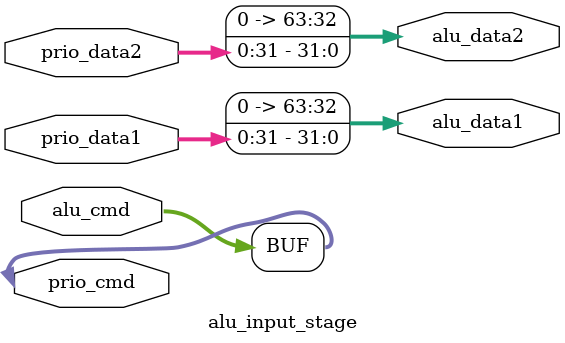
<source format=v>
module alu_input_stage (alu_data1, alu_data2, prio_cmd, prio_data1, prio_data2, alu_cmd);

   output [0:63] alu_data1, alu_data2;

   input [0:3] 	 prio_cmd, alu_cmd;
   
   input [0:31]  prio_data1, prio_data2;

   assign 	 alu_data1[32:63] = prio_data1[0:31];
   assign 	 alu_data2[32:63] = prio_data2[0:31];

   assign 	 alu_data1[0:31] = 32'b0;
   assign 	 alu_data2[0:31] = 32'b0;

   assign 	 alu_cmd[0:3] = prio_cmd[0:3];
   
endmodule // alu_input_stage

</source>
